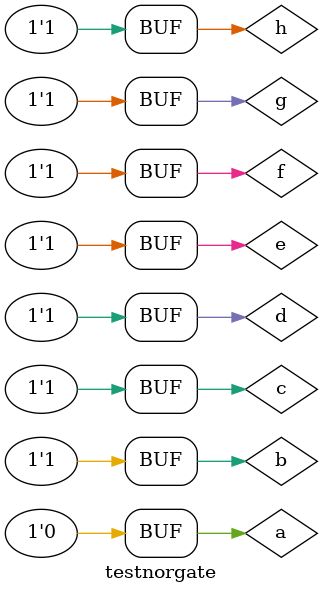
<source format=v>
module norgate (output s, 
input p, 
input q,
input r,
input t,
input u,
input v,
input x,
input y
); 
assign s = ~(p|q|r|t|u|v|x|y); 
endmodule // norgate 
// --------------------- 
// -- test norgate 
// --------------------- 
module testnorgate; 
// ------------------------- dados locais 
reg a,b,c,d,e,f,g,h; // definir registrador 
wire s; // definir conexao (fio) 
// ------------------------- instancia 
norgate NOR1 (s, a, b,c,d,e,f,g,h); 
// ------------------------- preparacao 
initial begin:start 
a=0; 
b=0;
c=0;
d=0;
e=0;
f=0;
g=0;
h=0;
end 
// ------------------------- parte principal 
initial begin:main 
$display("Exercicio01-11 - Lucas Siqueira Chagas - 380783"); 
$display("Testa se todos os bits de um byte são 0."); 
$display("\n ~(a | b | c | d | e | f | g | h ) = s\n"); 
$monitor("~(%b | %b | %b | %b | %b | %b | %b | %b ) = %b", a, b, c, d, e, f, g, h, s);
#1 a=0; b=0; c=0; d=0; e=0; f=0; g=0; h=0; 
#1 a=1; b=1; c=1; d=1; e=1; f=1; g=1; h=1; 
#1 a=1; b=0; c=0; d=0; e=0; f=0; g=0; h=0; 
#1 a=0; b=1; c=1; d=1; e=1; f=1; g=1; h=1; 
end 
endmodule 
</source>
